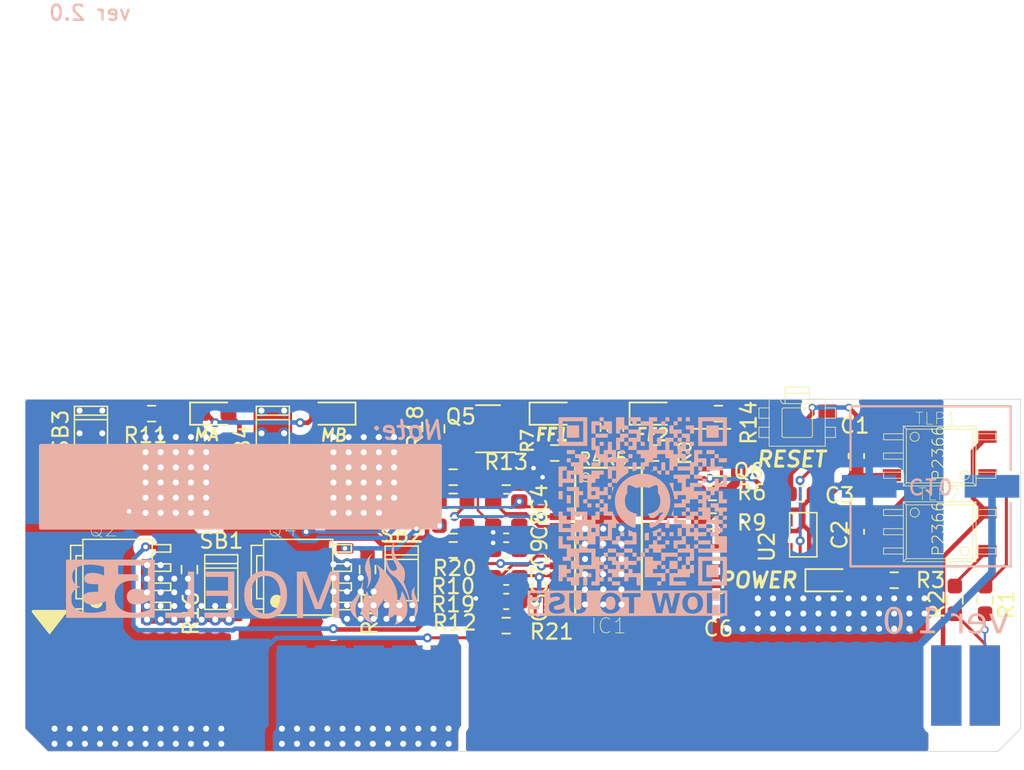
<source format=kicad_pcb>
(kicad_pcb (version 20221018) (generator pcbnew)
  (layers (0 "F.Cu" signal "Top") (31 "B.Cu" signal "Bottom") (34 "B.Paste" user) (35 "F.Paste" user) (36 "B.SilkS" user "B.Silkscreen") (37 "F.SilkS" user "F.Silkscreen") (38 "B.Mask" user) (39 "F.Mask" user) (44 "Edge.Cuts" user))
  (net 0 "")
  (net 1 "VCC")
  (net 2 "GND")
  (net 3 "/SA")
  (net 4 "/SB")
  (net 5 "/GND_IN")
  (net 6 "/VCC_IN")
  (net 7 "/DIR_IN")
  (net 8 "/PWM_IN")
  (net 9 "Net-(TLP2-ANODE)")
  (net 10 "/V5")
  (net 11 "Net-(TLP2-VOUT)")
  (net 12 "Net-(TLP1-ANODE)")
  (net 13 "/DIR")
  (net 14 "/RESET")
  (net 17 "/PWM")
  (net 18 "Net-(Q1-PadG)")
  (net 19 "Net-(Q2-PadG)")
  (net 20 "Net-(Q3-PadG)")
  (net 21 "Net-(Q4-PadG)")
  (net 22 "/GLB")
  (net 23 "/GHB")
  (net 24 "Net-(IC1-CB)")
  (net 26 "Net-(IC1-VREG)")
  (net 27 "Net-(IC1-CA)")
  (net 28 "/GHA")
  (net 29 "/GLA")
  (net 31 "Net-(IC1-CP2)")
  (net 32 "Net-(IC1-CP1)")
  (net 34 "/FF1")
  (net 35 "/FF2")
  (net 36 "Net-(IC1-RDEAD)")
  (net 37 "Net-(D3-A)")
  (net 38 "Net-(D4-A)")
  (net 39 "Net-(D5-A)")
  (net 40 "Net-(D1-A)")
  (net 41 "Net-(D5-K)")
  (net 42 "Net-(D4-K)")
  (footprint "(Eagle)DriveUnit_B-series(ver2.0):10046971-019LF" (layer "F.Cu") (at 148.5011 126.1536)
    (fp_text reference "EDGE1" hide)
    (fp_text value "10046971-019LF" hide)
  )
  (footprint "Resistor_SMD:R_0603_1608Metric_Pad0.98x0.95mm_HandSolder" (layer "F.Cu") (at 153.1 109.1 -90)
    (fp_text reference "R4")
    (fp_text value "200")
  )
  (footprint "LED_SMD:LED_0603_1608Metric_Pad1.05x0.95mm_HandSolder" (layer "F.Cu") (at 150.6 108.2)
    (fp_text reference "FF1")
    (fp_text value "LED")
  )
  (footprint "LED_SMD:LED_0603_1608Metric_Pad1.05x0.95mm_HandSolder" (layer "F.Cu") (at 168.8 119.2)
    (fp_text reference "POWER")
    (fp_text value "LED")
  )
  (footprint "Symbol:V2P22LHM3_H" (layer "F.Cu") (at 140.5 119.227 -90)
    (fp_text reference "SB2")
    (fp_text value "V2P22LHM3/H" hide)
  )
  (footprint "Resistor_SMD:R_0603_1608Metric_Pad0.98x0.95mm_HandSolder" (layer "F.Cu") (at 138.25 118.5 90)
    (fp_text reference "R17")
    (fp_text value "10k")
  )
  (footprint "Capacitor_SMD:C_0603_1608Metric_Pad1.08x0.95mm_HandSolder" (layer "F.Cu") (at 170.5 116 -90)
    (fp_text reference "C2")
    (fp_text value "100n")
  )
  (footprint "Capacitor_SMD:C_0603_1608Metric_Pad1.08x0.95mm_HandSolder" (layer "F.Cu") (at 147.4 120.6)
    (fp_text reference "C5")
    (fp_text value "100n")
  )
  (footprint "Resistor_SMD:R_0603_1608Metric_Pad0.98x0.95mm_HandSolder" (layer "F.Cu") (at 179 120.5 -90)
    (fp_text reference "R1")
    (fp_text value "200")
  )
  (footprint "Symbol:THAF01-NC-R" (layer "F.Cu") (at 168.6 108.05 180)
    (fp_text reference "RESET")
    (fp_text value "THAF01-NC-R" hide)
  )
  (footprint "Resistor_SMD:R_0603_1608Metric_Pad0.98x0.95mm_HandSolder" (layer "F.Cu") (at 120.5 113.5 -90)
    (fp_text reference "R15")
    (fp_text value "10k")
  )
  (footprint "Capacitor_SMD:C_0603_1608Metric_Pad1.08x0.95mm_HandSolder" (layer "F.Cu") (at 166.9 113.5)
    (fp_text reference "C3")
    (fp_text value "100n")
  )
  (footprint "Resistor_SMD:R_0603_1608Metric_Pad0.98x0.95mm_HandSolder" (layer "F.Cu") (at 147.4 112.4)
    (fp_text reference "R13")
    (fp_text value "100k")
  )
  (footprint "Resistor_SMD:R_0603_1608Metric_Pad0.98x0.95mm_HandSolder" (layer "F.Cu") (at 150.6 110.8)
    (fp_text reference "R7")
    (fp_text value "10k")
  )
  (footprint "Capacitor_SMD:C_0603_1608Metric_Pad1.08x0.95mm_HandSolder" (layer "F.Cu") (at 147.4 117.2)
    (fp_text reference "C9")
    (fp_text value "2.2u")
  )
  (footprint "Symbol:TC7S14F" (layer "F.Cu") (at 167 116.2 90)
    (fp_text reference "U2")
    (fp_text value "TC7S14F" hide)
  )
  (footprint "Resistor_SMD:R_0603_1608Metric_Pad0.98x0.95mm_HandSolder" (layer "F.Cu") (at 126.5 118.5 90)
    (fp_text reference "R16")
    (fp_text value "10k")
  )
  (footprint "Capacitor_SMD:C_0805_2012Metric_Pad1.18x1.45mm_HandSolder" (layer "F.Cu") (at 161.4 120.8 180)
    (fp_text reference "C6")
    (fp_text value "470n")
  )
  (footprint "Resistor_SMD:R_0603_1608Metric_Pad0.98x0.95mm_HandSolder" (layer "F.Cu") (at 154.6 109.1 -90)
    (fp_text reference "R5")
    (fp_text value "200")
  )
  (footprint "Symbol:SQJA16EP-T1_GE3" (layer "F.Cu") (at 124.1 112.75 -90)
    (fp_text reference "Q1")
    (fp_text value "SQJA16EP-T1_GE3" hide)
  )
  (footprint "Resistor_SMD:R_0603_1608Metric_Pad0.98x0.95mm_HandSolder" (layer "F.Cu") (at 124 108.2 180)
    (fp_text reference "R11")
    (fp_text value "1k")
  )
  (footprint "Symbol:SQJA16EP-T1_GE3" (layer "F.Cu") (at 136.5 112.75 -90)
    (fp_text reference "Q3")
    (fp_text value "SQJA16EP-T1_GE3" hide)
  )
  (footprint "Resistor_SMD:R_0603_1608Metric_Pad0.98x0.95mm_HandSolder" (layer "F.Cu") (at 157.2 110.8 180)
    (fp_text reference "R8")
    (fp_text value "10k")
  )
  (footprint "Symbol:TLP2366" (layer "F.Cu") (at 179.15 117.27 90)
    (fp_text reference "TLP2")
    (fp_text value "TLP2366" hide)
  )
  (footprint "Resistor_SMD:R_0603_1608Metric_Pad0.98x0.95mm_HandSolder" (layer "F.Cu") (at 143.9 112.4 180)
    (fp_text reference "R20")
    (fp_text value "10")
  )
  (footprint "Resistor_SMD:R_0603_1608Metric_Pad0.98x0.95mm_HandSolder" (layer "F.Cu") (at 143.9 115.6)
    (fp_text reference "R10")
    (fp_text value "10")
  )
  (footprint "LED_SMD:LED_0603_1608Metric_Pad1.05x0.95mm_HandSolder" (layer "F.Cu") (at 157.2 108.2)
    (fp_text reference "FF2")
    (fp_text value "LED")
  )
  (footprint "Resistor_SMD:R_0603_1608Metric_Pad0.98x0.95mm_HandSolder" (layer "F.Cu") (at 143.9 114 180)
    (fp_text reference "R19")
    (fp_text value "10")
  )
  (footprint "Symbol:V2P22LHM3_H" (layer "F.Cu") (at 128.6 119.8 -90)
    (fp_text reference "SB1")
    (fp_text value "V2P22LHM3/H" hide)
  )
  (footprint "Resistor_SMD:R_0603_1608Metric_Pad0.98x0.95mm_HandSolder" (layer "F.Cu") (at 161 113.4 180)
    (fp_text reference "R6")
    (fp_text value "3k")
  )
  (footprint "Resistor_SMD:R_0603_1608Metric_Pad0.98x0.95mm_HandSolder" (layer "F.Cu") (at 161.4 108.2)
    (fp_text reference "R14")
    (fp_text value "100k")
  )
  (footprint "Resistor_SMD:R_0603_1608Metric_Pad0.98x0.95mm_HandSolder" (layer "F.Cu") (at 143.9 117.2)
    (fp_text reference "R12")
    (fp_text value "10")
  )
  (footprint "Symbol:V2P22LHM3_H" (layer "F.Cu") (at 120 110 -90)
    (fp_text reference "SB3")
    (fp_text value "V2P22LHM3/H" hide)
  )
  (footprint "Resistor_SMD:R_0603_1608Metric_Pad0.98x0.95mm_HandSolder" (layer "F.Cu") (at 161 115.3 180)
    (fp_text reference "R9")
    (fp_text value "10k")
  )
  (footprint "Symbol:SQJA16EP-T1_GE3" (layer "F.Cu") (at 134.77 119 90)
    (fp_text reference "Q4")
    (fp_text value "SQJA16EP-T1_GE3" hide)
  )
  (footprint "Capacitor_SMD:C_0603_1608Metric_Pad1.08x0.95mm_HandSolder" (layer "F.Cu") (at 147.4 119)
    (fp_text reference "C7")
    (fp_text value "100n")
  )
  (footprint "Capacitor_SMD:C_0603_1608Metric_Pad1.08x0.95mm_HandSolder" (layer "F.Cu") (at 170.5 111 -90)
    (fp_text reference "C1")
    (fp_text value "100n")
  )
  (footprint "Resistor_SMD:R_0603_1608Metric_Pad0.98x0.95mm_HandSolder" (layer "F.Cu") (at 177 120.5 -90)
    (fp_text reference "R2")
    (fp_text value "200")
  )
  (footprint "Symbol:V2P22LHM3_H" (layer "F.Cu") (at 132 110 -90)
    (fp_text reference "SB4")
    (fp_text value "V2P22LHM3/H" hide)
  )
  (footprint "Symbol:A3921" (layer "F.Cu") (at 152 112.4 -90)
    (fp_text reference "IC1")
    (fp_text value "A3921")
  )
  (footprint "LED_SMD:LED_0603_1608Metric_Pad1.05x0.95mm_HandSolder" (layer "F.Cu") (at 128.2 108.2)
    (fp_text reference "MA")
    (fp_text value "LED")
  )
  (footprint "Resistor_SMD:R_0603_1608Metric_Pad0.98x0.95mm_HandSolder" (layer "F.Cu") (at 173 119.2)
    (fp_text reference "R3")
    (fp_text value "1k")
  )
  (footprint "Package_TO_SOT_SMD:SOT-23-3" (layer "F.Cu") (at 146.2 109.2 180)
    (fp_text reference "Q5")
    (fp_text value "Q_NPN_BCE")
  )
  (footprint "Symbol:TLP2366" (layer "F.Cu") (at 179.15 112.27 90)
    (fp_text reference "TLP1")
    (fp_text value "TLP2366" hide)
  )
  (footprint "LED_SMD:LED_0603_1608Metric_Pad1.05x0.95mm_HandSolder" (layer "F.Cu") (at 135.8 108.2 180)
    (fp_text reference "MB")
    (fp_text value "LED")
  )
  (footprint "Capacitor_SMD:C_0603_1608Metric_Pad1.08x0.95mm_HandSolder" (layer "F.Cu") (at 147.4 115.6)
    (fp_text reference "C8")
    (fp_text value "100n")
  )
  (footprint "Resistor_SMD:R_0603_1608Metric_Pad0.98x0.95mm_HandSolder" (layer "F.Cu") (at 142.8 109.2 -90)
    (fp_text reference "R18")
    (fp_text value "10k")
  )
  (footprint "Resistor_SMD:R_0603_1608Metric_Pad0.98x0.95mm_HandSolder" (layer "F.Cu") (at 147.4 122.2)
    (fp_text reference "R21")
    (fp_text value "10k")
  )
  (footprint "Package_TO_SOT_SMD:SOT-23-3" (layer "F.Cu") (at 161.394122 110.766162)
    (fp_text reference "Q6")
    (fp_text value "Q_NPN_BCE")
  )
  (footprint "Symbol:SQJA16EP-T1_GE3" (layer "F.Cu") (at 122.85 119 90)
    (fp_text reference "Q2")
    (fp_text value "SQJA16EP-T1_GE3" hide)
  )
  (footprint "Capacitor_SMD:C_0603_1608Metric_Pad1.08x0.95mm_HandSolder" (layer "F.Cu") (at 147.4 114)
    (fp_text reference "C4")
    (fp_text value "100n")
  )
  (footprint "LOGO" (layer "B.Cu") (at 139.6 119.4 180)
    (fp_text reference "G***" hide)
    (fp_text value "LOGO" hide)
  )
  (footprint "Symbol:U2-R_NCH" (layer "B.Cu") (at 175.4 113)
    (fp_text reference "C10")
    (fp_text value "220u")
  )
  (footprint "LOGO" (layer "B.Cu") (at 156.4 114 180)
    (fp_text reference "G***" hide)
    (fp_text value "LOGO" hide)
  )
  (gr_poly (pts (xy 117.27 122.63) (xy 116.19 121.26) (xy 118.33 121.26)) (stroke (width 0.2)) (fill solid) (layer "F.SilkS"))
  (gr_line (start 181.3411 129.0036) (end 181.34 107.25) (stroke (width 0.05)) (layer "Edge.Cuts"))
  (gr_line (start 179.8411 130.5036) (end 181.3411 129.0036) (stroke (width 0.05)) (layer "Edge.Cuts"))
  (gr_line (start 181.34 107.25) (end 115.66 107.25) (stroke (width 0.05)) (layer "Edge.Cuts"))
  (gr_line (start 115.6611 129.0036) (end 117.1611 130.5036) (stroke (width 0.05)) (layer "Edge.Cuts"))
  (gr_line (start 117.1611 130.5036) (end 179.8411 130.5036) (stroke (width 0.05)) (layer "Edge.Cuts"))
  (gr_line (start 115.66 107.25) (end 115.6611 129.0036) (stroke (width 0.05)) (layer "Edge.Cuts"))
  (gr_text "ver 2.0" (at 119.93 81.74) (layer "B.SilkS") (effects (font (size 1 1)) (justify mirror)))
  (gr_text "ver 1.0" (at 180.6 123) (layer "B.SilkS") (effects (font (size 1.7 1.7) (thickness 0.25) italic) (justify left bottom mirror)))
  (gr_text "Note:" (at 143.4 110) (layer "B.SilkS") (effects (font (size 1.2 1.2) (thickness 0.2) bold italic) (justify left bottom mirror)))
  (gr_text "HOW TO USE" (at 162 121.6) (layer "B.SilkS" knockout) (effects (font (size 1.3 1.3) (thickness 0.3) bold) (justify left bottom mirror)))
  (gr_text "53" (at 124.2 121.8) (layer "B.SilkS" knockout) (effects (font (size 3 3) (thickness 0.2) bold italic) (justify left bottom mirror)))
  (gr_text "MOEL\n" (at 136.8 122.2) (layer "B.SilkS") (effects (font (size 3 3)) (justify left bottom mirror)))
  (segment (start 161.9125 115.3) (end 162.975802 115.3) (width 0.2) (layer "F.Cu") (net 1))
  (segment (start 148.6649 120.1976) (end 149.7702 120.1976) (width 0.3) (layer "F.Cu") (net 1))
  (segment (start 149.7702 120.1976) (end 149.7726 120.2) (width 0.3) (layer "F.Cu") (net 1))
  (segment (start 149.9702 120.1976) (end 149.9726 120.2) (width 0.3) (layer "F.Cu") (net 1))
  (segment (start 173.9125 119.2) (end 173.9125 120.3125) (width 0.3) (layer "F.Cu") (net 1))
  (segment (start 148.2625 122.15) (end 148.3125 122.2) (width 0.3) (layer "F.Cu") (net 1))
  (segment (start 149.2 111.8) (end 149.8 112.4) (width 0.5) (layer "F.Cu") (net 1))
  (segment (start 149.9726 120.2) (end 149.9726 125.0851) (width 0.3) (layer "F.Cu") (net 1))
  (segment (start 149.7702 120.1976) (end 149.9702 120.1976) (width 0.3) (layer "F.Cu") (net 1))
  (segment (start 149.9726 125.0851) (end 151.0411 126.1536) (width 0.3) (layer "F.Cu") (net 1))
  (segment (start 149.8 112.4) (end 151.1 112.4) (width 0.5) (layer "F.Cu") (net 1))
  (segment (start 148.2625 120.6) (end 148.6649 120.1976) (width 0.3) (layer "F.Cu") (net 1))
  (segment (start 173.9125 120.3125) (end 174 120.4) (width 0.3) (layer "F.Cu") (net 1))
  (segment (start 162.975802 115.3) (end 162.978004 115.302202) (width 0.2) (layer "F.Cu") (net 1))
  (segment (start 148.2625 120.6) (end 148.2625 122.15) (width 0.3) (layer "F.Cu") (net 1))
  (segment (start 149.7726 120.2) (end 151.1 120.2) (width 0.3) (layer "F.Cu") (net 1))
  (via (at 138 114.75) (size 0.8) (drill 0.4) (layers "F.Cu" "B.Cu") (net 1))
  (via (at 126.6 109.75) (size 0.8) (drill 0.4) (layers "F.Cu" "B.Cu") (net 1))
  (via (at 127.6 111.75) (size 0.8) (drill 0.4) (layers "F.Cu" "B.Cu") (net 1))
  (via (at 132.75 108) (size 0.8) (drill 0.4) (layers "F.Cu" "B.Cu") (net 1))
  (via (at 126.6 114.75) (size 0.8) (drill 0.4) (layers "F.Cu" "B.Cu") (net 1))
  (via (at 131.25 108) (size 0.8) (drill 0.4) (layers "F.Cu" "B.Cu") (net 1))
  (via (at 126.6 113.75) (size 0.8) (drill 0.4) (layers "F.Cu" "B.Cu") (net 1))
  (via (at 169 120.4) (size 0.8) (drill 0.4) (layers "F.Cu" "B.Cu") (net 1))
  (via (at 169 121.4) (size 0.8) (drill 0.4) (layers "F.Cu" "B.Cu") (net 1))
  (via (at 168 122.4) (size 0.8) (drill 0.4) (layers "F.Cu" "B.Cu") (net 1))
  (via (at 170 121.4) (size 0.8) (drill 0.4) (layers "F.Cu" "B.Cu") (net 1))
  (via (at 173 121.4) (size 0.8) (drill 0.4) (layers "F.Cu" "B.Cu") (net 1))
  (via (at 174 121.4) (size 0.8) (drill 0.4) (layers "F.Cu" "B.Cu") (net 1))
  (via (at 140 110.75) (size 0.8) (drill 0.4) (layers "F.Cu" "B.Cu") (net 1))
  (via (at 138 112.75) (size 0.8) (drill 0.4) (layers "F.Cu" "B.Cu") (net 1))
  (via (at 171 120.4) (size 0.8) (drill 0.4) (layers "F.Cu" "B.Cu") (net 1))
  (via (at 136 110.75) (size 0.8) (drill 0.4) (layers "F.Cu" "B.Cu") (net 1))
  (via (at 175 120.4) (size 0.8) (drill 0.4) (layers "F.Cu" "B.Cu") (net 1))
  (via (at 140 111.75) (size 0.8) (drill 0.4) (layers "F.Cu" "B.Cu") (net 1))
  (via (at 127.6 113.75) (size 0.8) (drill 0.4) (layers "F.Cu" "B.Cu") (net 1))
  (via (at 164 120.4) (size 0.8) (drill 0.4) (layers "F.Cu" "B.Cu") (net 1))
  (via (at 126.6 112.75) (size 0.8) (drill 0.4) (layers "F.Cu" "B.Cu") (net 1))
  (via (at 124.6 109.75) (size 0.8) (drill 0.4) (layers "F.Cu" "B.Cu") (net 1))
  (via (at 168 120.4) (size 0.8) (drill 0.4) (layers "F.Cu" "B.Cu") (net 1))
  (via (at 170 122.4) (size 0.8) (drill 0.4) (layers "F.Cu" "B.Cu") (net 1))
  (via (at 162 122.4) (size 0.8) (drill 0.4) (layers "F.Cu" "B.Cu") (net 1))
  (via (at 172 122.4) (size 0.8) (drill 0.4) (layers "F.Cu" "B.Cu") (net 1))
  (via (at 149.2 111.8) (size 0.6) (drill 0.3) (layers "F.Cu" "B.Cu") (net 1))
  (via (at 127.6 114.75) (size 0.8) (drill 0.4) (layers "F.Cu" "B.Cu") (net 1))
  (via (at 127.6 110.75) (size 0.8) (drill 0.4) (layers "F.Cu" "B.Cu") (net 1))
  (via (at 171 122.4) (size 0.8) (drill 0.4) (layers "F.Cu" "B.Cu") (net 1))
  (via (at 137 110.75) (size 0.8) (drill 0.4) (layers "F.Cu" "B.Cu") (net 1))
  (via (at 139 112.75) (size 0.8) (drill 0.4) (layers "F.Cu" "B.Cu") (net 1))
  (via (at 138 110.75) (size 0.8) (drill 0.4) (layers "F.Cu" "B.Cu") (net 1))
  (via (at 174 120.4) (size 0.8) (drill 0.4) (layers "F.Cu" "B.Cu") (net 1))
  (via (at 164 121.4) (size 0.8) (drill 0.4) (layers "F.Cu" "B.Cu") (net 1))
  (via (at 140 113.75) (size 0.8) (drill 0.4) (layers "F.Cu" "B.Cu") (net 1))
  (via (at 127.6 109.75) (size 0.8) (drill 0.4) (layers "F.Cu" "B.Cu") (net 1))
  (via (at 119.25 109.5) (size 0.8) (drill 0.4) (layers "F.Cu" "B.Cu") (net 1))
  (via (at 136 109.75) (size 0.8) (drill 0.4) (layers "F.Cu" "B.Cu") (net 1))
  (via (at 124.6 110.75) (size 0.8) (drill 0.4) (layers "F.Cu" "B.Cu") (net 1))
  (via (at 124.6 111.75) (size 0.8) (drill 0.4) (layers "F.Cu" "B.Cu") (net 1))
  (via (at 138 109.75) (size 0.8) (drill 0.4) (layers "F.Cu" "B.Cu") (net 1))
  (via (at 131.25 109.5) (size 0.8) (drill 0.4) (layers "F.Cu" "B.Cu") (net 1))
  (via (at 172 120.4) (size 0.8) (drill 0.4) (layers "F.Cu" "B.Cu") (net 1))
  (via (at 164 122.4) (size 0.8) (drill 0.4) (layers "F.Cu" "B.Cu") (net 1))
  (via (at 124.6 114.75) (size 0.8) (drill 0.4) (layers "F.Cu" "B.Cu") (net 1))
  (via (at 140 112.75) (size 0.8) (drill 0.4) (layers "F.Cu" "B.Cu") (net 1))
  (via (at 162.978004 115.302202) (size 0.6) (drill 0.3) (layers "F.Cu" "B.Cu") (net 1))
  (via (at 167 120.4) (size 0.8) (drill 0.4) (layers "F.Cu" "B.Cu") (net 1))
  (via (at 170 120.4) (size 0.8) (drill 0.4) (layers "F.Cu" "B.Cu") (net 1))
  (via (at 165 120.4) (size 0.8) (drill 0.4) (layers "F.Cu" "B.Cu") (net 1))
  (via (at 132.75 109.5) (size 0.8) (drill 0.4) (layers "F.Cu" "B.Cu") (net 1))
  (via (at 119.25 108) (size 0.8) (drill 0.4) (layers "F.Cu" "B.Cu") (net 1))
  (via (at 123.6 112.75) (size 0.8) (drill 0.4) (layers "F.Cu" "B.Cu") (net 1))
  (via (at 174 122.4) (size 0.8) (drill 0.4) (layers "F.Cu" "B.Cu") (net 1))
  (via (at 138 111.75) (size 0.8) (drill 0.4) (layers "F.Cu" "B.Cu") (net 1))
  (via (at 173 120.4) (size 0.8) (drill 0.4) (layers "F.Cu" "B.Cu") (net 1))
  (via (at 149.8 112.4) (size 0.6) (drill 0.3) (layers "F.Cu" "B.Cu") (net 1))
  (via (at 165 121.4) (size 0.8) (drill 0.4) (layers "F.Cu" "B.Cu") (net 1))
  (via (at 120.75 108) (size 0.8) (drill 0.4) (layers "F.Cu" "B.Cu") (net 1))
  (via (at 139 111.75) (size 0.8) (drill 0.4) (layers "F.Cu" "B.Cu") (net 1))
  (via (at 136 112.75) (size 0.8) (drill 0.4) (layers "F.Cu" "B.Cu") (net 1))
  (via (at 165 122.4) (size 0.8) (drill 0.4) (layers "F.Cu" "B.Cu") (net 1))
  (via (at 167 121.4) (size 0.8) (drill 0.4) (layers "F.Cu" "B.Cu") (net 1))
  (via (at 123.6 110.75) (size 0.8) (drill 0.4) (layers "F.Cu" "B.Cu") (net 1))
  (via (at 125.6 109.75) (size 0.8) (drill 0.4) (layers "F.Cu" "B.Cu") (net 1))
  (via (at 136 111.75) (size 0.8) (drill 0.4) (layers "F.Cu" "B.Cu") (net 1))
  (via (at 125.6 111.75) (size 0.8) (drill 0.4) (layers "F.Cu" "B.Cu") (net 1))
  (via (at 124.6 112.75) (size 0.8) (drill 0.4) (layers "F.Cu" "B.Cu") (net 1))
  (via (at 166 122.4) (size 0.8) (drill 0.4) (layers "F.Cu" "B.Cu") (net 1))
  (via (at 166 120.4) (size 0.8) (drill 0.4) (layers "F.Cu" "B.Cu") (net 1))
  (via (at 123.6 111.75) (size 0.8) (drill 0.4) (layers "F.Cu" "B.Cu") (net 1))
  (via (at 139 113.75) (size 0.8) (drill 0.4) (layers "F.Cu" "B.Cu") (net 1))
  (via (at 167 122.4) (size 0.8) (drill 0.4) (layers "F.Cu" "B.Cu") (net 1))
  (via (at 163 122.4) (size 0.8) (drill 0.4) (layers "F.Cu" "B.Cu") (net 1))
  (via (at 166 121.4) (size 0.8) (drill 0.4) (layers "F.Cu" "B.Cu") (net 1))
  (via (at 137 113.75) (size 0.8) (drill 0.4) (layers "F.Cu" "B.Cu") (net 1))
  (via (at 139 110.75) (size 0.8) (drill 0.4) (layers "F.Cu" "B.Cu") (net 1))
  (via (at 137 111.75) (size 0.8) (drill 0.4) (layers "F.Cu" "B.Cu") (net 1))
  (via (at 139 109.75) (size 0.8) (drill 0.4) (layers "F.Cu" "B.Cu") (net 1))
  (via (at 171 121.4) (size 0.8) (drill 0.4) (layers "F.Cu" "B.Cu") (net 1))
  (via (at 124.6 113.75) (size 0.8) (drill 0.4) (layers "F.Cu" "B.Cu") (net 1))
  (via (at 125.6 110.75) (size 0.8) (drill 0.4) (layers "F.Cu" "B.Cu") (net 1))
  (via (at 126.6 110.75) (size 0.8) (drill 0.4) (layers "F.Cu" "B.Cu") (net 1))
  (via (at 136 113.75) (size 0.8) (drill 0.4) (layers "F.Cu" "B.Cu") (net 1))
  (via (at 120.75 109.5) (size 0.8) (drill 0.4) (layers "F.Cu" "B.Cu") (net 1))
  (via (at 123.6 114.75) (size 0.8) (drill 0.4) (layers "F.Cu" "B.Cu") (net 1))
  (via (at 139 114.75) (size 0.8) (drill 0.4) (layers "F.Cu" "B.Cu") (net 1))
  (via (at 137 114.75) (size 0.8) (drill 0.4) (layers "F.Cu" "B.Cu") (net 1))
  (via (at 137 109.75) (size 0.8) (drill 0.4) (layers "F.Cu" "B.Cu") (net 1))
  (via (at 125.6 112.75) (size 0.8) (drill 0.4) (layers "F.Cu" "B.Cu") (net 1))
  (via (at 169 122.4) (size 0.8) (drill 0.4) (layers "F.Cu" "B.Cu") (net 1))
  (via (at 168 121.4) (size 0.8) (drill 0.4) (layers "F.Cu" "B.Cu") (net 1))
  (via (at 173 122.4) (size 0.8) (drill 0.4) (layers "F.Cu" "B.Cu") (net 1))
  (via (at 140 109.75) (size 0.8) (drill 0.4) (layers "F.Cu" "B.Cu") (net 1))
  (via (at 138 113.75) (size 0.8) (drill 0.4) (layers "F.Cu" "B.Cu") (net 1))
  (via (at 175 121.4) (size 0.8) (drill 0.4) (layers "F.Cu" "B.Cu") (net 1))
  (via (at 123.6 109.75) (size 0.8) (drill 0.4) (layers "F.Cu" "B.Cu") (net 1))
  (via (at 172 121.4) (size 0.8) (drill 0.4) (layers "F.Cu" "B.Cu") (net 1))
  (via (at 127.6 112.75) (size 0.8) (drill 0.4) (layers "F.Cu" "B.Cu") (net 1))
  (via (at 125.6 114.75) (size 0.8) (drill 0.4) (layers "F.Cu" "B.Cu") (net 1))
  (via (at 123.6 113.75) (size 0.8) (drill 0.4) (layers "F.Cu" "B.Cu") (net 1))
  (via (at 136 114.75) (size 0.8) (drill 0.4) (layers "F.Cu" "B.Cu") (net 1))
  (via (at 126.6 111.75) (size 0.8) (drill 0.4) (layers "F.Cu" "B.Cu") (net 1))
  (via (at 125.6 113.75) (size 0.8) (drill 0.4) (layers "F.Cu" "B.Cu") (net 1))
  (via (at 137 112.75) (size 0.8) (drill 0.4) (layers "F.Cu" "B.Cu") (net 1))
  (segment (start 172.85 109.73) (end 170.9075 109.73) (width 0.6) (layer "F.Cu") (net 2))
  (segment (start 146.5375 120.6) (end 146.5375 122.15) (width 0.3) (layer "F.Cu") (net 2))
  (segment (start 167.598098 107.8) (end 167.598098 108.201902) (width 0.3) (layer "F.Cu") (net 2))
  (segment (start 168.725 118.4) (end 173.3248 118.4) (width 0.3) (layer "F.Cu") (net 2))
  (segment (start 146.5375 116.037997) (end 146.5375 115.6) (width 0.6) (layer "F.Cu") (net 2))
  (segment (start 167.598098 108.201902) (end 165.033838 110.766162) (width 0.3) (layer "F.Cu") (net 2))
  (segment (start 144.0822 112.8822) (end 144.4964 113.2964) (width 0.1524) (layer "F.Cu") (net 2))
  (segment (start 174.4 110.6452) (end 174.4 113.29) (width 0.6) (layer "F.Cu") (net 2))
  (segment (start 144.0822 111.7178) (end 144.0822 112.8822) (width 0.1524) (layer "F.Cu") (net 2))
  (segment (start 172.85 114.73) (end 170.9075 114.73) (width 0.6) (layer "F.Cu") (net 2))
  (segment (start 167.925 119.2) (end 168.2 119.2) (width 0.6) (layer "F.Cu") (net 2))
  (segment (start 146.5375 120.6) (end 146.3375 120.4) (width 0.3) (layer "F.Cu") (net 2))
  (segment (start 144.4964 113.2964) (end 145.255565 113.2964) (width 0.1524) (layer "F.Cu") (net 2))
  (segment (start 146.5375 115.6) (end 146.5375 115.513166) (width 0.3) (layer "F.Cu") (net 2))
  (segment (start 170.5 108.3) (end 170 107.8) (width 0.3) (layer "F.Cu") (net 2))
  (segment (start 162.531622 108.419122) (end 162.3125 108.2) (width 0.6) (layer "F.Cu") (net 2))
  (segment (start 157.2 119.55) (end 159.045566 119.55) (width 0.3) (layer "F.Cu") (net 2))
  (segment (start 144.986466 110.975) (end 145.0625 110.975) (width 0.3) (layer "F.Cu") (net 2))
  (segment (start 155.85 119.55) (end 155.8 119.6) (width 0.3) (layer "F.Cu") (net 2))
  (segment (start 146.3375 120.4) (end 145.4 120.4) (width 0.3) (layer "F.Cu") (net 2))
  (segment (start 166.0375 112.1125) (end 166.0375 113.5) (width 0.6) (layer "F.Cu") (net 2))
  (segment (start 168.6 109.55) (end 166.0375 112.1125) (width 0.6) (layer "F.Cu") (net 2))
  (segment (start 170.9075 109.73) (end 170.5 110.1375) (width 0.6) (layer "F.Cu") (net 2))
  (segment (start 162.531622 112.780878) (end 161.9125 113.4) (width 0.6) (layer "F.Cu") (net 2))
  (segment (start 174.4 117.3248) (end 174.4 113.29) (width 0.3) (layer "F.Cu") (net 2))
  (segment (start 159.595566 119) (end 167.725 119) (width 0.3) (layer "F.Cu") (net 2))
  (segment (start 167.8452 115.25) (end 168.2 115.25) (width 0.2) (layer "F.Cu") (net 2))
  (segment (start 151.1 113.05) (end 152.75 113.05) (width 0.3) (layer "F.Cu") (net 2))
  (segment (start 145.0625 110.975) (end 146.4875 112.4) (width 0.6) (layer "F.Cu") (net 2))
  (segment (start 146.5375 116.037997) (end 146.5375 116.7375) (width 0.6) (layer "F.Cu") (net 2))
  (segment (start 162.531622 110.766162) (end 162.531622 108.419122) (width 0.6) (layer "F.Cu") (net 2))
  (segment (start 157.2 119.55) (end 155.85 119.55) (width 0.3) (layer "F.Cu") (net 2))
  (segment (start 145.0625 110.975) (end 144.825 110.975) (width 0.1524) (layer "F.Cu") (net 2))
  (segment (start 170.9075 114.73) (end 170.5 115.1375) (width 0.6) (layer "F.Cu") (net 2))
  (segment (start 169.9125 109.55) (end 170.5 110.1375) (width 0.6) (layer "F.Cu") (net 2))
  (segment (start 152.8 113) (end 152.75 113.05) (width 0.3) (layer "F.Cu") (net 2))
  (segment (start 167.925 119.2) (end 168.725 118.4) (width 0.3) (layer "F.Cu") (net 2))
  (segment (start 159.045566 119.55) (end 159.595566 119) (width 0.3) (layer "F.Cu") (net 2))
  (segment (start 145.5286 114.5911) (end 146.5375 115.6) (width 0.1524) (layer "F.Cu") (net 2))
  (segment (start 173.3248 118.4) (end 174.4 117.3248) (width 0.3) (layer "F.Cu") (net 2))
  (segment (start 173.4848 109.73) (end 174.4 110.6452) (width 0.6) (layer "F.Cu") (net 2))
  (segment (start 145.255565 113.2964) (end 145.5286 113.569435) (width 0.1524) (layer "F.Cu") (net 2))
  (segment (start 168.3125 115.1375) (end 170.5 115.1375) (width 0.6) (layer "F.Cu") (net 2))
  (segment (start 174.4 113.29) (end 172.96 114.73) (width 0.6) (layer "F.Cu") (net 2))
  (segment (start 162.531622 110.766162) (end 162.531622 112.780878) (width 0.6) (layer "F.Cu") (net 2))
  (segment (start 146.5375 122.15) (end 146.4875 122.2) (width 0.3) (layer "F.Cu") (net 2))
  (segment (start 146.5375 116.7375) (end 146.5375 117.2) (width 0.6) (layer "F.Cu") (net 2))
  (segment (start 165.033838 110.766162) (end 162.531622 110.766162) (width 0.3) (layer "F.Cu") (net 2))
  (segment (start 145.0625 109.2) (end 145.0625 110.975) (width 0.6) (layer "F.Cu") (net 2))
  (segment (start 168.2 115.25) (end 168.3125 115.1375) (width 0.6) (layer "F.Cu") (net 2))
  (segment (start 168.6 109.55) (end 169.9125 109.55) (width 0.6) (layer "F.Cu") (net 2))
  (segment (start 145.5286 113.569435) (end 145.5286 114.5911) (width 0.1524) (layer "F.Cu") (net 2))
  (segment (start 172.96 114.73) (end 172.85 114.73) (width 0.6) (layer "F.Cu") (net 2))
  (segment (start 144.825 110.975) (end 144.0822 111.7178) (width 0.1524) (layer "F.Cu") (net 2))
  (segment (start 167.725 119) (end 167.925 119.2) (width 0.3) (layer "F.Cu") (net 2))
  (segment (start 172.85 109.73) (end 173.4848 109.73) (width 0.6) (layer "F.Cu") (net 2))
  (segment (start 170.5 110.1375) (end 170.5 108.3) (width 0.3) (layer "F.Cu") (net 2))
  (via (at 126.4 120.9) (size 0.8) (drill 0.4) (layers "F.Cu" "B.Cu") (net 2))
  (via (at 170 107.8) (size 0.5) (drill 0.3) (layers "F.Cu" "B.Cu") (net 2))
  (via (at 123.7 121.8) (size 0.8) (drill 0.4) (layers "F.Cu" "B.Cu") (net 2))
  (via (at 145.4 120.4) (size 0.6) (drill 0.3) (layers "F.Cu" "B.Cu") (net 2))
  (via (at 136.9 119.05) (size 0.8) (drill 0.4) (layers "F.Cu" "B.Cu") (net 2))
  (via (at 124.6 120) (size 0.8) (drill 0.4) (layers "F.Cu" "B.Cu") (net 2))
  (via (at 155 117.8) (size 0.8) (drill 0.4) (layers "F.Cu" "B.Cu") (net 2))
  (via (at 138.65 121.75) (size 0.8) (drill 0.4) (layers "F.Cu" "B.Cu") (net 2))
  (via (at 155 118.8) (size 0.8) (drill 0.4) (layers "F.Cu" "B.Cu") (net 2))
  (via (at 136.9 120.85) (size 0.8) (drill 0.4) (layers "F.Cu" "B.Cu") (net 2))
  (via (at 137.8 119.95) (size 0.8) (drill 0.4) (layers "F.Cu" "B.Cu") (net 2))
  (via (at 139.5 120.85) (size 0.8) (drill 0.4) (layers "F.Cu" "B.Cu") (net 2))
  (via (at 127.3 121.8) (size 0.8) (drill 0.4) (layers "F.Cu" "B.Cu") (net 2))
  (via (at 124.6 119.1) (size 0.8) (drill 0.4) (layers "F.Cu" "B.Cu") (net 2))
  (via (at 146.5375 116.037997) (size 0.6) (drill 0.3) (layers "F.Cu" "B.Cu") (net 2))
  (via (at 136 118.15) (size 0.8) (drill 0.4) (layers "F.Cu" "B.Cu") (net 2))
  (via (at 125.5 119.1) (size 0.8) (drill 0.4) (layers "F.Cu" "B.Cu") (net 2))
  (via (at 125.5 120.9) (size 0.8) (drill 0.4) (layers "F.Cu" "B.Cu") (net 2))
  (via (at 137.8 120.85) (size 0.8) (drill 0.4) (layers "F.Cu" "B.Cu") (net 2))
  (via (at 153.8 118.8) (size 0.8) (drill 0.4) (layers "F.Cu" "B.Cu") (net 2))
  (via (at 127.3 120.9) (size 0.8) (drill 0.4) (layers "F.Cu" "B.Cu") (net 2))
  (via (at 124.6 121.8) (size 0.8) (drill 0.4) (layers "F.Cu" "B.Cu") (net 2))
  (via (at 141.2 121.75) (size 0.8) (drill 0.4) (layers "F.Cu" "B.Cu") (net 2))
  (via (at 152.6 115.8) (size 0.8) (drill 0.4) (layers "F.Cu" "B.Cu") (net 2))
  (via (at 152.6 120.8) (size 0.8) (drill 0.4) (layers "F.Cu" "B.Cu") (net 2))
  (via (at 152.6 119.8) (size 0.8) (drill 0.4) (layers "F.Cu" "B.Cu") (net 2))
  (via (at 155 116.8) (size 0.8) (drill 0.4) (layers "F.Cu" "B.Cu") (net 2))
  (via (at 152.6 117.8) (size 0.8) (drill 0.4) (layers "F.Cu" "B.Cu") (net 2))
  (via (at 155 120.8) (size 0.8) (drill 0.4) (layers "F.Cu" "B.Cu") (net 2))
  (via (at 153.8 115.8) (size 0.8) (drill 0.4) (layers "F.Cu" "B.Cu") (net 2))
  (via (at 123.7 120.9) (size 0.8) (drill 0.4) (layers "F.Cu" "B.Cu") (net 2))
  (via (at 128.2 121.8) (size 0.8) (drill 0.4) (layers "F.Cu" "B.Cu") (net 2))
  (via (at 138.65 119.95) (size 0.8) (drill 0.4) (layers "F.Cu" "B.Cu") (net 2))
  (via (at 152.6 118.8) (size 0.8) (drill 0.4) (layers "F.Cu" "B.Cu") (net 2))
  (via (at 126.4 119.1) (size 0.8) (drill 0.4) (layers "F.Cu" "B.Cu") (net 2))
  (via (at 136.9 119.95) (size 0.8) (drill 0.4) (layers "F.Cu" "B.Cu") (net 2))
  (via (at 153.8 120.8) (size 0.8) (drill 0.4) (layers "F.Cu" "B.Cu") (net 2))
  (via (at 146.5375 116.7375) (size 0.6) (drill 0.3) (layers "F.Cu" "B.Cu") (net 2))
  (via (at 153.8 117.8) (size 0.8) (drill 0.4) (layers "F.Cu" "B.Cu") (net 2))
  (via (at 138.65 120.85) (size 0.8) (drill 0.4) (layers "F.Cu" "B.Cu") (net 2))
  (via (at 128.2 120.9) (size 0.8) (drill 0.4) (layers "F.Cu" "B.Cu") (net 2))
  (via (at 140.35 120.85) (size 0.8) (drill 0.4) (layers "F.Cu" "B.Cu") (net 2))
  (via (at 140.35 121.75) (size 0.8) (drill 0.4) (layers "F.Cu" "B.Cu") (net 2))
  (via (at 123.7 119.1) (size 0.8) (drill 0.4) (layers "F.Cu" "B.Cu") (net 2))
  (via (at 123.7 118.2) (size 0.8) (drill 0.4) (layers "F.Cu" "B.Cu") (net 2))
  (via (at 141.2 120.85) (size 0.8) (drill 0.4) (layers "F.Cu" "B.Cu") (net 2))
  (via (at 129.1 121.8) (size 0.8) (drill 0.4) (layers "F.Cu" "B.Cu") (net 2))
  (via (at 137.8 121.75) (size 0.8) (drill 0.4) (layers "F.Cu" "B.Cu") (net 2))
  (via (at 136 119.05) (size 0.8) (drill 0.4) (layers "F.Cu" "B.Cu") (net 2))
  (via (at 126.4 121.8) (size 0.8) (drill 0.4) (layers "F.Cu" "B.Cu") (net 2))
  (via (at 123.7 120) (size 0.8) (drill 0.4) (layers "F.Cu" "B.Cu") (net 2))
  (via (at 136.9 118.15) (size 0.8) (drill 0.4) (layers "F.Cu" "B.Cu") (net 2))
  (via (at 125.5 121.8) (size 0.8) (drill 0.4) (layers "F.Cu" "B.Cu") (net 2))
  (via (at 125.5 120) (size 0.8) (drill 0.4) (layers "F.Cu" "B.Cu") (net 2))
  (via (at 126.4 120) (size 0.8) (drill 0.4) (layers "F.Cu" "B.Cu") (net 2))
  (via (at 136 120.85) (size 0.8) (drill 0.4) (layers "F.Cu" "B.Cu") (net 2))
  (via (at 153.8 116.8) (size 0.8) (drill 0.4) (layers "F.Cu" "B.Cu") (net 2))
  (via (at 155 115.8) (size 0.8) (drill 0.4) (layers "F.Cu" "B.Cu") (net 2))
  (via (at 124.6 118.2) (size 0.8) (drill 0.4) (layers "F.Cu" "B.Cu") (net 2))
  (via (at 136 119.95) (size 0.8) (drill 0.4) (layers "F.Cu" "B.Cu") (net 2))
  (via (at 152.6 116.8) (size 0.8) (drill 0.4) (layers "F.Cu" "B.Cu") (net 2))
  (via (at 155 119.8) (size 0.8) (drill 0.4) (layers "F.Cu" "B.Cu") (net 2))
  (via (at 137.8 119.05) (size 0.8) (drill 0.4) (layers "F.Cu" "B.Cu") (net 2))
  (via (at 139.5 121.75) (size 0.8) (drill 0.4) (layers "F.Cu" "B.Cu") (net 2))
  (via (at 124.6 120.9) (size 0.8) (drill 0.4) (layers "F.Cu" "B.Cu") (net 2))
  (via (at 129.1 120.9) (size 0.8) (drill 0.4) (layers "F.Cu" "B.Cu") (net 2))
  (via (at 136.9 121.75) (size 0.8) (drill 0.4) (layers "F.Cu" "B.Cu") (net 2))
  (via (at 153.8 119.8) (size 0.8) (drill 0.4) (layers "F.Cu" "B.Cu") (net 2))
  (via (at 167.598098 107.8) (size 0.5) (drill 0.3) (layers "F.Cu" "B.Cu") (net 2))
  (segment (start 170 107.8) (end 167.598098 107.8) (width 0.3) (layer "B.Cu") (net 2))
  (segment (start 179.4513 113) (end 179.4513 118.6886) (width 0.5) (layer "B.Cu") (net 2))
  (segment (start 179.4513 118.6886) (end 173.9011 124.2388) (width 0.5) (layer "B.Cu") (net 2))
  (segment (start 173.9011 124.2388) (end 173.9011 126.1536) (width 0.5) (layer "B.Cu") (net 2))
  (segment (start 142.1976 123.0024) (end 142.2 123) (width 0.2) (layer "F.Cu") (net 3))
  (segment (start 126.6 116) (end 122.4 116) (width 0.5) (layer "F.Cu") (net 3))
  (segment (start 148.744011 123.0024) (end 142.1976 123.0024) (width 0.2) (layer "F.Cu") (net 3))
  (segment (start 123.0875 108.2) (end 122.11 109.1775) (width 0.3) (layer "F.Cu") (net 3))
  (segment (start 149.315187 120.8) (end 149.284813 120.8) (width 0.2) (layer "F.Cu") (net 3))
  (segment (start 128.6 118.6245) (end 128.6 118) (width 0.5) (layer "F.Cu") (net 3))
  (segment (start 128.6 118) (end 126.6 116) (width 0.5) (layer "F.Cu") (net 3))
  (segment (start 148.0625 118.8) (end 148.2625 119) (width 0.2) (layer "F.Cu") (net 3))
  (segment (start 148.3625 118.9) (end 151.1 118.9) (width 0.2) (layer "F.Cu") (net 3))
  (segment (start 149.315187 122.431224) (end 148.744011 123.0024) (width 0.2) (layer "F.Cu") (net 3))
  (segment (start 149.315187 120.8) (end 149.315187 122.431224) (width 0.2) (layer "F.Cu") (net 3))
  (segment (start 122.11 109.1775) (end 122.11 110.845) (width 0.3) (layer "F.Cu") (net 3))
  (segment (start 147.8 118.8) (end 148.0625 118.8) (width 0.2) (layer "F.Cu") (net 3))
  (segment (start 148.2625 119) (end 148.3625 118.9) (width 0.2) (layer "F.Cu") (net 3))
  (via (at 120.6 129) (size 0.8) (drill 0.4) (layers "F.Cu" "B.Cu") (net 3))
  (via (at 126.6 130) (size 0.8) (drill 0.4) (layers "F.Cu" "B.Cu") (net 3))
  (via (at 120.6 130) (size 0.8) (drill 0.4) (layers "F.Cu" "B.Cu") (net 3))
  (via (at 149.315187 120.8) (size 0.6) (drill 0.3) (layers "F.Cu" "B.Cu") (net 3))
  (via (at 117.6 130) (size 0.8) (drill 0.4) (layers "F.Cu" "B.Cu") (net 3))
  (via (at 128.6 129) (size 0.8) (drill 0.4) (layers "F.Cu" "B.Cu") (net 3))
  (via (at 128.6 130) (size 0.8) (drill 0.4) (layers "F.Cu" "B.Cu") (net 3))
  (via (at 127.6 129) (size 0.8) (drill 0.4) (layers "F.Cu" "B.Cu") (net 3))
  (via (at 118.6 130) (size 0.8) (drill 0.4) (layers "F.Cu" "B.Cu") (net 3))
  (via (at 122.6 130) (size 0.8) (drill 0.4) (layers "F.Cu" "B.Cu") (net 3))
  (via (at 119.6 130) (size 0.8) (drill 0.4) (layers "F.Cu" "B.Cu") (net 3))
  (via (at 122.6 129) (size 0.8) (drill 0.4) (layers "F.Cu" "B.Cu") (net 3))
  (via (at 149.578704 118.9981) (size 0.6) (drill 0.3) (layers "F.Cu" "B.Cu") (net 3))
  (via (at 117.6 129) (size 0.8) (drill 0.4) (layers "F.Cu" "B.Cu") (net 3))
  (via (at 121.6 130) (size 0.8) (drill 0.4) (layers "F.Cu" "B.Cu") (net 3))
  (via (at 124.6 130) (size 0.8) (drill 0.4) (layers "F.Cu" "B.Cu") (net 3))
  (via (at 127.6 130) (size 0.8) (drill 0.4) (layers "F.Cu" "B.Cu") (net 3))
  (via (at 123.6 130) (size 0.8) (drill 0.4) (layers "F.Cu" "B.Cu") (net 3))
  (via (at 118.6 129) (size 0.8) (drill 0.4) (layers "F.Cu" "B.Cu") (net 3))
  (via (at 126.6 129) (size 0.8) (drill 0.4) (layers "F.Cu" "B.Cu") (net 3))
  (via (at 119.6 129) (size 0.8) (drill 0.4) (layers "F.Cu" "B.Cu") (net 3))
  (via (at 125.6 130) (size 0.8) (drill 0.4) (layers "F.Cu" "B.Cu") (net 3))
  (via (at 142.1976 123.0024) (size 0.6) (drill 0.3) (layers "F.Cu" "B.Cu") (net 3))
  (via (at 124.6 129) (size 0.8) (drill 0.4) (layers "F.Cu" "B.Cu") (net 3))
  (via (at 123.6 129) (size 0.8) (drill 0.4) (layers "F.Cu" "B.Cu") (net 3))
  (via (at 121.6 129) (size 0.8) (drill 0.4) (layers "F.Cu" "B.Cu") (net 3))
  (via (at 125.6 129) (size 0.8) (drill 0.4) (layers "F.Cu" "B.Cu") (net 3))
  (segment (start 142.1976 123.0024) (end 132.2223 123.0024) (width 0.3) (layer "B.Cu") (net 3))
  (segment (start 149.315187 120.8) (end 149.578704 120.536483) (width 0.3) (layer "B.Cu") (net 3))
  (segment (start 130.7211 124.5036) (end 130.7211 126.1536) (width 0.3) (layer "B.Cu") (net 3))
  (segment (start 149.578704 120.536483) (end 149.578704 118.9981) (width 0.3) (layer "B.Cu") (net 3))
  (segment (start 132.2223 123.0024) (end 130.7211 124.5036) (width 0.3) (layer "B.Cu") (net 3))
  (segment (start 136.675 108.2) (end 142.7125 108.2) (width 0.3) (layer "F.Cu") (net 4))
  (segment (start 134.51 110.845) (end 134.51 109.89) (width 0.3) (layer "F.Cu") (net 4))
  (segment (start 130.9755 111.1755) (end 129.8 110) (width 0.3) (layer "F.Cu") (net 4))
  (segment (start 129.8 108.925) (end 129.075 108.2) (width 0.3) (layer "F.Cu") (net 4))
  (segment (start 151.1 114.35) (end 148.6125 114.35) (width 0.2) (layer "F.Cu") (net 4))
  (segment (start 134.5526 116.3526) (end 134.2 116) (width 0.5) (layer "F.Cu") (net 4))
  (segment (start 135.875 109) (end 136.675 108.2) (width 0.3) (layer "F.Cu") (net 4))
  (segment (start 140.5 118.0515) (end 138.8011 116.3526) (width 0.5) (layer "F.Cu") (net 4))
  (segment (start 134.51 109.89) (end 135.4 109) (width 0.3) (layer "F.Cu") (net 4))
  (segment (start 138.8011 116.3526) (end 134.5526 116.3526) (width 0.5) (layer "F.Cu") (net 4))
  (segment (start 142.7125 108.2) (end 142.8 108.2875) (width 0.3) (layer "F.Cu") (net 4))
  (segment (start 135.4 109) (end 135.875 109) (width 0.3) (layer "F.Cu") (net 4))
  (segment (start 132 111.1755) (end 130.9755 111.1755) (width 0.3) (layer "F.Cu") (net 4))
  (segment (start 129.8 110) (end 129.8 108.925) (width 0.3) (layer "F.Cu") (net 4))
  (segment (start 148.6125 114.35) (end 148.2625 114) (width 0.2) (layer "F.Cu") (net 4))
  (via (at 138.6 129) (size 0.8) (drill 0.4) (layers "F.Cu" "B.Cu") (net 4))
  (via (at 133.6 130) (size 0.8) (drill 0.4) (layers "F.Cu" "B.Cu") (net 4))
  (via (at 133.6 129) (size 0.8) (drill 0.4) (layers "F.Cu" "B.Cu") (net 4))
  (via (at 132.6 130) (size 0.8) (drill 0.4) (layers "F.Cu" "B.Cu") (net 4))
  (via (at 137.6 130) (size 0.8) (drill 0.4) (layers "F.Cu" "B.Cu") (net 4))
  (via (at 139.6 129) (size 0.8) (drill 0.4) (layers "F.Cu" "B.Cu") (net 4))
  (via (at 135.6 129) (size 0.8) (drill 0.4) (layers "F.Cu" "B.Cu") (net 4))
  (via (at 142.6 129) (size 0.8) (drill 0.4) (layers "F.Cu" "B.Cu") (net 4))
  (via (at 132.6 129) (size 0.8) (drill 0.4) (layers "F.Cu" "B.Cu") (net 4))
  (via (at 140.6 129) (size 0.8) (drill 0.4) (layers "F.Cu" "B.Cu") (net 4))
  (via (at 134.6 129) (size 0.8) (drill 0.4) (layers "F.Cu" "B.Cu") (net 4))
  (via (at 141.6 130) (size 0.8) (drill 0.4) (layers "F.Cu" "B.Cu") (net 4))
  (via (at 134.6 130) (size 0.8) (drill 0.4) (layers "F.Cu" "B.Cu") (net 4))
  (via (at 137.6 129) (size 0.8) (drill 0.4) (layers "F.Cu" "B.Cu") (net 4))
  (via (at 148.2625 114) (size 0.6) (drill 0.3) (layers "F.Cu" "B.Cu") (net 4))
  (via (at 138.6 130) (size 0.8) (drill 0.4) (layers "F.Cu" "B.Cu") (net 4))
  (via (at 143.6 130) (size 0.8) (drill 0.4) (layers "F.Cu" "B.Cu") (net 4))
  (via (at 136.6 130) (size 0.8) (drill 0.4) (layers "F.Cu" "B.Cu") (net 4))
  (via (at 139.6 130) (size 0.8) (drill 0.4) (layers "F.Cu" "B.Cu") (net 4))
  (via (at 140.6 130) (size 0.8) (drill 0.4) (layers "F.Cu" "B.Cu") (net 4))
  (via (at 142.6 130) (size 0.8) (drill 0.4) (layers "F.Cu" "B.Cu") (net 4))
  (via (at 141.6 129) (size 0.8) (drill 0.4) (layers "F.Cu" "B.Cu") (net 4))
  (via (at 143.6 129) (size 0.8) (drill 0.4) (layers "F.Cu" "B.Cu") (net 4))
  (via (at 136.6 129) (size 0.8) (drill 0.4) (layers "F.Cu" "B.Cu") (net 4))
  (via (at 134.2 116) (size 0.6) (drill 0.3) (layers "F.Cu" "B.Cu") (net 4))
  (via (at 135.6 130) (size 0.8) (drill 0.4) (layers "F.Cu" "B.Cu") (net 4))
  (segment (start 148.2625 114) (end 148.2 114) (width 0.2) (layer "B.Cu") (net 4))
  (segment (start 147.8 114.4) (end 140.6 114.4) (width 0.2) (layer "B.Cu") (net 4))
  (segment (start 139 116) (end 134.2 116) (width 0.2) (layer "B.Cu") (net 4))
  (segment (start 140.6 114.4) (end 139 116) (width 0.2) (layer "B.Cu") (net 4))
  (segment (start 148.2 114) (end 147.8 114.4) (width 0.2) (layer "B.Cu") (net 4))
  (segment (start 176.2226 117.6574) (end 176.2226 125.9351) (width 0.3) (layer "F.Cu") (net 5))
  (segment (start 178.2 110.68) (end 179.15 109.73) (width 0.3) (layer "F.Cu") (net 5))
  (segment (start 179.15 114.73) (end 178.2 113.78) (width 0.3) (layer "F.Cu") (net 5))
  (segment (start 178.2 113.78) (end 178.2 110.68) (width 0.3) (layer "F.Cu") (net 5))
  (segment (start 176.5211 126.0736) (end 176.4411 126.1536) (width 0.1524) (layer "F.Cu") (net 5))
  (segment (start 179.15 114.73) (end 176.2226 117.6574) (width 0.3) (layer "F.Cu") (net 5))
  (segment (start 176.2226 125.9351) (end 176.4411 126.1536) (width 0.3) (layer "F.Cu") (net 5))
  (segment (start 178.980543 121.431957) (end 179 121.4125) (width 0.1524) (layer "F.Cu") (net 7))
  (segment (start 178.980543 122.474984) (end 178.980543 121.431957) (width 0.1524) (layer "F.Cu") (net 7))
  (via (at 178.980543 122.474984) (size 0.5) (drill 0.3) (layers "F.Cu" "B.Cu") (net 7))
  (segment (start 178.9811 126.1536) (end 178.9811 122.475541) (width 0.1524) (layer "B.Cu") (net 7))
  (segment (start 178.9811 122.475541) (end 178.980543 122.474984) (width 0.1524) (layer "B.Cu") (net 7))
  (segment (start 178.9811 126.1536) (end 178.6611 125.8336) (width 0.1524) (layer "B.Cu") (net 7))
  (segment (start 178.9811 126.1536) (end 178.9811 123.3936) (width 0.2) (layer "F.Cu") (net 8))
  (segment (start 178.9811 123.3936) (end 177 121.4125) (width 0.2) (layer "F.Cu") (net 8))
  (segment (start 177 119.5875) (end 177 119.42) (width 0.2) (layer "F.Cu") (net 9))
  (segment (start 177 119.42) (end 179.15 117.27) (width 0.2) (layer "F.Cu") (net 9))
  (segment (start 167 114.6) (end 167 114.2625) (width 0.3) (layer "F.Cu") (net 10))
  (segment (start 167.3976 115.9524) (end 167 115.5548) (width 0.3) (layer "F.Cu") (net 10))
  (segment (start 167.3976 117.7976) (end 167.3976 115.9524) (width 0.3) (layer "F.Cu") (net 10))
  (segment (start 154.6 110.0125) (end 155.5 110.0125) (width 0.3) (layer "F.Cu") (net 10))
  (segment (start 160.83812 112.478492) (end 157.278492 112.478492) (width 0.3) (layer "F.Cu") (net 10))
  (segment (start 153.1 110.0125) (end 152.3 110.0125) (width 0.3) (layer "F.Cu") (net 10))
  (segment (start 154.6 110.0125) (end 153.1 110.0125) (width 0.3) (layer "F.Cu") (net 10))
  (segment (start 168.8625 113.5) (end 170.5 111.8625) (width 0.3) (layer "F.Cu") (net 10))
  (segment (start 165.8 116.3) (end 166.1476 115.9524) (width 0.3) (layer "F.Cu") (net 10))
  (segment (start 172.85 117.27) (end 170.9075 117.27) (width 0.3) (layer "F.Cu") (net 10))
  (segment (start 157.2 111.7125) (end 156.2875 110.8) (width 0.3) (layer "F.Cu") (net 10))
  (segment (start 165.8 117.15) (end 165.6 116.95) (width 0.3) (layer "F.Cu") (net 10))
  (segment (start 157.2 116.95) (end 157.2 117.6) (width 0.3) (layer "F.Cu") (net 10))
  (segment (start 163.6418 112.4) (end 163.6418 112.405334) (width 0.3) (layer "F.Cu") (net 10))
  (segment (start 165.8 117.15) (end 165.8 116.3) (width 0.3) (layer "F.Cu") (net 10))
  (segment (start 157.2 116.3) (end 157.2 116.95) (width 0.3) (layer "F.Cu") (net 10))
  (segment (start 167 114.2625) (end 167.7625 113.5) (width 0.3) (layer "F.Cu") (net 10))
  (segment (start 166.1476 115.9524) (end 166.6024 115.9524) (width 0.3) (layer "F.Cu") (net 10))
  (segment (start 169.4149 117.9476) (end 167.5476 117.9476) (width 0.3) (layer "F.Cu") (net 10))
  (segment (start 167 115.5548) (end 167 114.6) (width 0.3) (layer "F.Cu") (net 10))
  (segment (start 167.7625 113.5) (end 168.8625 113.5) (width 0.3) (layer "F.Cu") (net 10))
  (segment (start 157.278492 112.478492) (end 157.2 112.4) (width 0.3) (layer "F.Cu") (net 10))
  (segment (start 167.5476 117.9476) (end 167.3976 117.7976) (width 0.3) (layer "F.Cu") (net 10))
  (segment (start 157.2 112.4) (end 157.2 111.7125) (width 0.3) (layer "F.Cu") (net 10))
  (segment (start 170.5 116.8625) (end 169.4149 117.9476) (width 0.3) (layer "F.Cu") (net 10))
  (segment (start 155.5 110.0125) (end 156.2875 110.8) (width 0.3) (layer "F.Cu") (net 10))
  (segment (start 170.9075 117.27) (end 170.5 116.8625) (width 0.3) (layer "F.Cu") (net 10))
  (segment (start 165.784066 114.5476) (end 166.9476 114.5476) (width 0.3) (layer "F.Cu") (net 10))
  (segment (start 165.6 116.95) (end 157.2 116.95) (width 0.3) (layer "F.Cu") (net 10))
  (segment (start 166.9476 114.5476) (end 167 114.6) (width 0.3) (layer "F.Cu") (net 10))
  (segment (start 152.3 110.0125) (end 151.5125 110.8) (width 0.3) (layer "F.Cu") (net 10))
  (segment (start 166.6024 115.9524) (end 167 115.5548) (width 0.3) (layer "F.Cu") (net 10))
  (segment (start 170.9075 112.27) (end 170.5 111.8625) (width 0.3) (layer "F.Cu") (net 10))
  (segment (start 163.6418 112.405334) (end 165.784066 114.5476) (width 0.3) (layer "F.Cu") (net 10))
  (segment (start 172.85 112.27) (end 170.9075 112.27) (width 0.3) (layer "F.Cu") (net 10))
  (via (at 160.83812 112.478492) (size 0.6) (drill 0.3) (layers "F.Cu" "B.Cu") (net 10))
  (via (at 163.6418 112.4) (size 0.6) (drill 0.3) (layers "F.Cu" "B.Cu") (net 10))
  (segment (start 163.543504 112.498296) (end 163.6418 112.4) (width 0.3) (layer "B.Cu") (net 10))
  (segment (start 160.83812 112.478492) (end 160.857924 112.498296) (width 0.3) (layer "B.Cu") (net 10))
  (segment (start 160.857924 112.498296) (end 163.543504 112.498296) (width 0.3) (layer "B.Cu") (net 10))
  (segment (start 172.85 116) (end 168.4 116) (width 0.2) (layer "F.Cu") (net 11))
  (segment (start 168.4 116) (end 168.2 116.2) (width 0.2) (layer "F.Cu") (net 11))
  (segment (start 179 119.5875) (end 180.4 118.1875) (width 0.2) (layer "F.Cu") (net 12))
  (segment (start 180.4 118.1875) (end 180.4 113.52) (width 0.2) (layer "F.Cu") (net 12))
  (segment (start 180.4 113.52) (end 179.15 112.27) (width 0.2) (layer "F.Cu") (net 12))
  (segment (start 166.7894 112.606674) (end 168.396074 111) (width 0.2) (layer "F.Cu") (net 13))
  (segment (start 166.35 118.25) (end 157.2 118.25) (width 0.2) (layer "F.Cu") (net 13))
  (segment (start 168.396074 111) (end 172.85 111) (width 0.2) (layer "F.Cu") (net 13))
  (segment (start 166.7957 117.8043) (end 166.35 118.25) (width 0.2) (layer "F.Cu") (net 13))
  (segment (start 166.7957 116.6) (end 166.7957 117.8043) (width 0.2) (layer "F.Cu") (net 13))
  (via (at 166.7957 116.6) (size 0.6) (drill 0.3) (layers "F.Cu" "B.Cu") (net 13))
  (via (at 166.7894 112.606674) (size 0.6) (drill 0.3) (layers "F.Cu" "B.Cu") (net 13))
  (segment (start 166.7957 116.6) (end 166.8 116.5957) (width 0.2) (layer "B.Cu") (net 13))
  (segment (start 166.8 116.5957) (end 166.8 112.617274) (width 0.2) (layer "B.Cu") (net 13))
  (segment (start 166.8 112.617274) (end 166.7894 112.606674) (width 0.2) (layer "B.Cu") (net 13))
  (segment (start 157.2 115) (end 159.7875 115) (width 0.2) (layer "F.Cu") (net 14))
  (segment (start 163.6 111.4) (end 163.0899 111.9101) (width 0.2) (layer "F.Cu") (net 14))
  (segment (start 163.0899 111.9101) (end 163.0899 113.7101) (width 0.2) (layer "F.Cu") (net 14))
  (segment (start 161.6 114.4) (end 160.7 115.3) (width 0.2) (layer "F.Cu") (net 14))
  (segment (start 163.0899 113.7101) (end 162.4 114.4) (width 0.2) (layer "F.Cu") (net 14))
  (segment (start 168.55 108.05) (end 165.2 111.4) (width 0.2) (layer "F.Cu") (net 14))
  (segment (start 159.7875 115) (end 160.0875 115.3) (width 0.2) (layer "F.Cu") (net 14))
  (segment (start 160.7 115.3) (end 160.0875 115.3) (width 0.2) (layer "F.Cu") (net 14))
  (segment (start 162.4 114.4) (end 161.6 114.4) (width 0.2) (layer "F.Cu") (net 14))
  (segment (start 168.6 108.05) (end 168.55 108.05) (width 0.2) (layer "F.Cu") (net 14))
  (segment (start 165.2 111.4) (end 163.6 111.4) (width 0.2) (layer "F.Cu") (net 14))
  (segment (start 159.2 116.2) (end 158.65 115.65) (width 0.2) (layer "F.Cu") (net 17))
  (segment (start 165.8 115.25) (end 164.85 116.2) (width 0.2) (layer "F.Cu") (net 17))
  (segment (start 164.85 116.2) (end 159.2 116.2) (width 0.2) (layer "F.Cu") (net 17))
  (segment (start 158.65 115.65) (end 157.2 115.65) (width 0.2) (layer "F.Cu") (net 17))
  (segment (start 122.51 114.655) (end 120.7425 114.655) (width 0.3) (layer "F.Cu") (net 18))
  (segment (start 120.7425 114.655) (end 120.5 114.4125) (width 0.3) (layer "F.Cu") (net 18))
  (via (at 143 115.6) (size 0.6) (drill 0.3) (layers "F.Cu" "B.Cu") (net 18))
  (via (at 122.51 114.655) (size 0.6) (drill 0.3) (layers "F.Cu" "B.Cu") (net 18))
  (segment (start 134.7976 116.6024) (end 133.8024 116.6024) (width 0.3) (layer "B.Cu") (net 18))
  (segment (start 133.8024 116.6024) (end 132.6524 115.4524) (width 0.3) (layer "B.Cu") (net 18))
  (segment (start 139.3976 116.4024) (end 134.9976 116.4024) (width 0.3) (layer "B.Cu") (net 18))
  (segment (start 142.571992 115.171992) (end 140.628008 115.171992) (width 0.3) (layer "B.Cu") (net 18))
  (segment (start 122.51 114.71) (end 122.51 114.655) (width 0.3) (layer "B.Cu") (net 18))
  (segment (start 134.9976 116.4024) (end 134.7976 116.6024) (width 0.3) (layer "B.Cu") (net 18))
  (segment (start 143 115.6) (end 142.571992 115.171992) (width 0.3) (layer "B.Cu") (net 18))
  (segment (start 132.6524 115.4524) (end 123.2524 115.4524) (width 0.3) (layer "B.Cu") (net 18))
  (segment (start 140.628008 115.171992) (end 139.3976 116.4024) (width 0.3) (layer "B.Cu") (net 18))
  (segment (start 123.2524 115.4524) (end 122.51 114.71) (width 0.3) (layer "B.Cu") (net 18))
  (segment (start 142.9875 120.955844) (end 142.9875 117.2) (width 0.3) (layer "F.Cu") (net 19))
  (segment (start 124.745 117) (end 124.84 117.095) (width 0.3) (layer "F.Cu") (net 19))
  (segment (start 126.0075 117.095) (end 126.5 117.5875) (width 0.3) (layer "F.Cu") (net 19))
  (segment (start 136 122.4) (end 136.0524 122.4524) (width 0.3) (layer "F.Cu") (net 19))
  (segment (start 123.6 117) (end 124.745 117) (width 0.3) (layer "F.Cu") (net 19))
  (segment (start 141.490944 122.4524) (end 142.9875 120.955844) (width 0.3) (layer "F.Cu") (net 19))
  (segment (start 136.0524 122.4524) (end 141.490944 122.4524) (width 0.3) (layer "F.Cu") (net 19))
  (segment (start 124.84 117.095) (end 126.0075 117.095) (width 0.3) (layer "F.Cu") (net 19))
  (via (at 136 122.4) (size 0.6) (drill 0.3) (layers "F.Cu" "B.Cu") (net 19))
  (via (at 123.6 117) (size 0.6) (drill 0.3) (layers "F.Cu" "B.Cu") (net 19))
  (segment (start 129.390944 122.5024) (end 123.1024 122.5024) (width 0.3) (layer "B.Cu") (net 19))
  (segment (start 136 122.4) (end 129.493344 122.4) (width 0.3) (layer "B.Cu") (net 19))
  (segment (start 123.1024 122.5024) (end 122.8 122.2) (width 0.3) (layer "B.Cu") (net 19))
  (segment (start 129.493344 122.4) (end 129.390944 122.5024) (width 0.3) (layer "B.Cu") (net 19))
  (segment (start 122.8 117.8) (end 123.6 117) (width 0.3) (layer "B.Cu") (net 19))
  (segment (start 122.8 122.2) (end 122.8 117.8) (width 0.3) (layer "B.Cu") (net 19))
  (segment (start 135.6002 115.8002) (end 139.029911 115.800199) (width 0.3) (layer "F.Cu") (net 20))
  (segment (start 142.9875 114) (end 143.7774 113.2101) (width 0.1524) (layer "F.Cu") (net 20))
  (segment (start 142 116.4) (end 142.175254 116.224746) (width 0.3) (layer "F.Cu") (net 20))
  (segment (start 141 116.4) (end 142 116.4) (width 0.3) (layer "F.Cu") (net 20))
  (segment (start 143.7774 111.0899) (end 142.8 110.1125) (width 0.1524) (layer "F.Cu") (net 20))
  (segment (start 143.7774 113.2101) (end 143.7774 111.0899) (width 0.1524) (layer "F.Cu") (net 20))
  (segment (start 139.029911 115.800199) (end 139.629712 116.4) (width 0.3) (layer "F.Cu") (net 20))
  (segment (start 134.51 114.655) (end 135.455 115.6) (width 0.3) (layer "F.Cu") (net 20))
  (segment (start 135.455 115.6) (end 135.455 115.655) (width 0.3) (layer "F.Cu") (net 20))
  (segment (start 139.629712 116.4) (end 141 116.4) (width 0.3) (layer "F.Cu") (net 20))
  (segment (start 142.175254 114.812246) (end 142.9875 114) (width 0.3) (layer "F.Cu") (net 20))
  (segment (start 142.175254 116.224746) (end 142.175254 114.812246) (width 0.3) (layer "F.Cu") (net 20))
  (segment (start 135.455 115.655) (end 135.6002 115.8002) (width 0.3) (layer "F.Cu") (net 20))
  (segment (start 141.473192 113.914308) (end 142.9875 112.4) (width 0.3) (layer "F.Cu") (net 21))
  (segment (start 141.473192 115.7981) (end 141.473192 113.914308) (width 0.3) (layer "F.Cu") (net 21))
  (segment (start 137.7575 117.095) (end 138.25 117.5875) (width 0.3) (layer "F.Cu") (net 21))
  (segment (start 136.76 117.095) (end 137.7575 117.095) (width 0.3) (layer "F.Cu") (net 21))
  (via (at 136.76 117.095) (size 0.6) (drill 0.3) (layers "F.Cu" "B.Cu") (net 21))
  (via (at 141.473192 115.7981) (size 0.6) (drill 0.3) (layers "F.Cu" "B.Cu") (net 21))
  (segment (start 141.473192 115.7981) (end 140.176292 117.095) (width 0.3) (layer "B.Cu") (net 21))
  (segment (start 140.176292 117.095) (end 136.76 117.095) (width 0.3) (layer "B.Cu") (net 21))
  (segment (start 149.2 113.7) (end 148.7 113.2) (width 0.2) (layer "F.Cu") (net 22))
  (segment (start 148.7 113.2) (end 146 113.2) (width 0.2) (layer "F.Cu") (net 22))
  (segment (start 145.2 112.4) (end 144.8125 112.4) (width 0.2) (layer "F.Cu") (net 22))
  (segment (start 151.1 113.7) (end 149.2 113.7) (width 0.2) (layer "F.Cu") (net 22))
  (segment (start 146 113.2) (end 145.2 112.4) (width 0.2) (layer "F.Cu") (net 22))
  (segment (start 151.1 115) (end 149.7 115) (width 0.2) (layer "F.Cu") (net 23))
  (segment (start 144.8125 114.159561) (end 144.8125 114) (width 0.2) (layer "F.Cu") (net 23))
  (segment (start 143.98301 114.989051) (end 144.8125 114.159561) (width 0.2) (layer "F.Cu") (net 23))
  (via (at 143.98301 114.989051) (size 0.6) (drill 0.3) (layers "F.Cu" "B.Cu") (net 23))
  (via (at 149.7 115) (size 0.6) (drill 0.3) (layers "F.Cu" "B.Cu") (net 23))
  (segment (start 143.993959 115) (end 143.98301 114.989051) (width 0.2) (layer "B.Cu") (net 23))
  (segment (start 149.7 115) (end 143.993959 115) (width 0.2) (layer "B.Cu") (net 23))
  (segment (start 151.1 115.65) (end 149.55 115.65) (width 0.2) (layer "F.Cu") (net 24))
  (segment (start 148.7 114.8) (end 147.3375 114.8) (width 0.2) (layer "F.Cu") (net 24))
  (segment (start 149.55 115.65) (end 148.7 114.8) (width 0.2) (layer "F.Cu") (net 24))
  (segment (start 147.3375 114.8) (end 146.5375 114) (width 0.2) (layer "F.Cu") (net 24))
  (segment (start 148.2625 115.6) (end 148.2625 117.2) (width 0.2) (layer "F.Cu") (net 26))
  (segment (start 148.5125 116.95) (end 151.1 116.95) (width 0.2) (layer "F.Cu") (net 26))
  (segment (start 148.2625 117.2) (end 148.5125 116.95) (width 0.2) (layer "F.Cu") (net 26))
  (segment (start 149.4 117.6) (end 151.1 117.6) (width 0.2) (layer "F.Cu") (net 27))
  (segment (start 147 119) (end 147.8 118.2) (width 0.2) (layer "F.Cu") (net 27))
  (segment (start 148.8 118.2) (end 149.4 117.6) (width 0.2) (layer "F.Cu") (net 27))
  (segment (start 147.8 118.2) (end 148.8 118.2) (width 0.2) (layer "F.Cu") (net 27))
  (segment (start 146.5375 119) (end 147 119) (width 0.2) (layer "F.Cu") (net 27))
  (segment (start 149.720268 118.259644) (end 149.729912 118.25) (width 0.2) (layer "F.Cu") (net 28))
  (segment (start 145.6 117.646412) (end 145.6 116.3875) (width 0.2) (layer "F.Cu") (net 28))
  (segment (start 149.729912 118.25) (end 151.1 118.25) (width 0.2) (layer "F.Cu") (net 28))
  (segment (start 147.028836 118.099817) (end 147.028039 118.09902) (width 0.2) (layer "F.Cu") (net 28))
  (segment (start 145.6 116.3875) (end 144.8125 115.6) (width 0.2) (layer "F.Cu") (net 28))
  (segment (start 146.052608 118.09902) (end 145.6 117.646412) (width 0.2) (layer "F.Cu") (net 28))
  (segment (start 147.028039 118.09902) (end 146.052608 118.09902) (width 0.2) (layer "F.Cu") (net 28))
  (via (at 149.720268 118.259644) (size 0.6) (drill 0.3) (layers "F.Cu" "B.Cu") (net 28))
  (via (at 147.028836 118.099817) (size 0.6) (drill 0.3) (layers "F.Cu" "B.Cu") (net 28))
  (segment (start 149.559644 118.09902) (end 147.029633 118.09902) (width 0.2) (layer "B.Cu") (net 28))
  (segment (start 149.720268 118.259644) (end 149.559644 118.09902) (width 0.2) (layer "B.Cu") (net 28))
  (segment (start 147.029633 118.09902) (end 147.028836 118.099817) (width 0.2) (layer "B.Cu") (net 28))
  (segment (start 148.42082 119.8726) (end 145.899395 119.8726) (width 0.2) (layer "F.Cu") (net 29))
  (segment (start 151.1 119.55) (end 150.267799 119.55) (width 0.2) (layer "F.Cu") (net 29))
  (segment (start 150.0226 119.795199) (end 148.49822 119.7952) (width 0.2) (layer "F.Cu") (net 29))
  (segment (start 144.8125 118.785705) (end 144.8125 117.2) (width 0.2) (layer "F.Cu") (net 29))
  (segment (start 145.899395 119.8726) (end 144.8125 118.785705) (width 0.2) (layer "F.Cu") (net 29))
  (segment (start 148.49822 119.7952) (end 148.42082 119.8726) (width 0.2) (layer "F.Cu") (net 29))
  (segment (start 150.267799 119.55) (end 150.0226 119.795199) (width 0.2) (layer "F.Cu") (net 29))
  (segment (start 160.3625 120.8) (end 160.3125 120.85) (width 0.25) (layer "F.Cu") (net 31))
  (segment (start 160.3125 120.85) (end 157.2 120.85) (width 0.25) (layer "F.Cu") (net 31))
  (segment (start 162.1 119.6) (end 162.4375 119.9375) (width 0.25) (layer "F.Cu") (net 32))
  (segment (start 159.6 119.6) (end 162.1 119.6) (width 0.25) (layer "F.Cu") (net 32))
  (segment (start 162.4375 119.9375) (end 162.4375 120.8) (width 0.25) (layer "F.Cu") (net 32))
  (segment (start 159 120.2) (end 159.6 119.6) (width 0.25) (layer "F.Cu") (net 32))
  (segment (start 157.2 120.2) (end 159 120.2) (width 0.25) (layer "F.Cu") (net 32))
  (segment (start 148.316269 110.15) (end 147.3375 110.15) (width 0.2) (layer "F.Cu") (net 34))
  (segment (start 155 111.6) (end 150.4875 111.6) (width 0.2) (layer "F.Cu") (net 34))
  (segment (start 156 114.0548) (end 156 112.6) (width 0.2) (layer "F.Cu") (net 34))
  (segment (start 156.2952 114.35) (end 156 114.0548) (width 0.2) (layer "F.Cu") (net 34))
  (segment (start 157.25 114.4) (end 157.2 114.35) (width 0.2) (layer "F.Cu") (net 34))
  (segment (start 156 112.6) (end 155 111.6) (width 0.2) (layer "F.Cu") (net 34))
  (segment (start 150.4875 111.6) (end 149.6875 110.8) (width 0.2) (layer "F.Cu") (net 34))
  (segment (start 148.3125 110.2375) (end 148.316269 110.233731) (width 0.2) (layer "F.Cu") (net 34))
  (segment (start 148.316269 110.233731) (end 148.316269 110.15) (width 0.2) (layer "F.Cu") (net 34))
  (segment (start 149.6875 110.8) (end 149.0375 110.15) (width 0.2) (layer "F.Cu") (net 34))
  (segment (start 149.0375 110.15) (end 148.316269 110.15) (width 0.2) (layer "F.Cu") (net 34))
  (segment (start 157.2 114.35) (end 156.2952 114.35) (width 0.2) (layer "F.Cu") (net 34))
  (segment (start 148.3125 112.4) (end 148.3125 110.2375) (width 0.2) (layer "F.Cu") (net 34))
  (segment (start 160.256622 108.430878) (end 160.4875 108.2) (width 0.3) (layer "F.Cu") (net 35))
  (segment (start 161 113.132177) (end 161.6 112.532177) (width 0.2) (layer "F.Cu") (net 35))
  (segment (start 160.256622 109.816162) (end 159.096338 109.816162) (width 0.3) (layer "F.Cu") (net 35))
  (segment (start 160.6 114.3) (end 161 113.9) (width 0.2) (layer "F.Cu") (net 35))
  (segment (start 161.6 112.532177) (end 161.6 111.15954) (width 0.2) (layer "F.Cu") (net 35))
  (segment (start 159 113.7) (end 159.6 114.3) (width 0.2) (layer "F.Cu") (net 35))
  (segment (start 161.6 111.15954) (end 160.256622 109.816162) (width 0.2) (layer "F.Cu") (net 35))
  (segment (start 161 113.9) (end 161 113.132177) (width 0.2) (layer "F.Cu") (net 35))
  (segment (start 157.2 113.7) (end 159 113.7) (width 0.2) (layer "F.Cu") (net 35))
  (segment (start 159.6 114.3) (end 160.6 114.3) (width 0.2) (layer "F.Cu") (net 35))
  (segment (start 159.096338 109.816162) (end 158.1125 110.8) (width 0.3) (layer "F.Cu") (net 35))
  (segment (start 160.256622 109.816162) (end 160.256622 108.430878) (width 0.3) (layer "F.Cu") (net 35))
  (segment (start 159.7375 113.05) (end 160.0875 113.4) (width 0.2) (layer "F.Cu") (net 36))
  (segment (start 157.2 113.05) (end 159.7375 113.05) (width 0.2) (layer "F.Cu") (net 36))
  (segment (start 169.675 119.2) (end 172.0875 119.2) (width 0.3) (layer "F.Cu") (net 37))
  (segment (start 151.475 108.2) (end 153.0875 108.2) (width 0.3) (layer "F.Cu") (net 38))
  (segment (start 153.0875 108.2) (end 153.1 108.1875) (width 0.3) (layer "F.Cu") (net 38))
  (segment (start 157.3476 107.4726) (end 155.3149 107.4726) (width 0.2) (layer "F.Cu") (net 39))
  (segment (start 158.075 108.2) (end 157.3476 107.4726) (width 0.2) (layer "F.Cu") (net 39))
  (segment (start 155.3149 107.4726) (end 154.6 108.1875) (width 0.2) (layer "F.Cu") (net 39))
  (segment (start 133.8 108.8) (end 134.325 108.8) (width 0.3) (layer "F.Cu") (net 40))
  (segment (start 134.325 108.8) (end 134.925 108.2) (width 0.3) (layer "F.Cu") (net 40))
  (segment (start 127.325 108.2) (end 124.9125 108.2) (width 0.3) (layer "F.Cu") (net 40))
  (segment (start 127.6 108.2) (end 128.2 108.8) (width 0.3) (layer "F.Cu") (net 40))
  (segment (start 127.325 108.2) (end 127.6 108.2) (width 0.3) (layer "F.Cu") (net 40))
  (via (at 133.8 108.8) (size 0.6) (drill 0.3) (layers "F.Cu" "B.Cu") (net 40))
  (via (at 128.2 108.8) (size 0.6) (drill 0.3) (layers "F.Cu" "B.Cu") (net 40))
  (segment (start 128.2 108.8) (end 128.216602 108.783398) (width 0.3) (layer "B.Cu") (net 40))
  (segment (start 128.216602 108.783398) (end 133.783398 108.783398) (width 0.3) (layer "B.Cu") (net 40))
  (segment (start 133.783398 108.783398) (end 133.8 108.8) (width 0.3) (layer "B.Cu") (net 40))
  (segment (start 156.325 108.2) (end 157.2 109.075) (width 0.2) (layer "F.Cu") (net 41))
  (segment (start 157.772742 111.716162) (end 160.256622 111.716162) (width 0.2) (layer "F.Cu") (net 41))
  (segment (start 157.2 109.075) (end 157.2 111.14342) (width 0.2) (layer "F.Cu") (net 41))
  (segment (start 157.2 111.14342) (end 157.772742 111.716162) (width 0.2) (layer "F.Cu") (net 41))
  (segment (start 149.675 108.25) (end 149.725 108.2) (width 0.3) (layer "F.Cu") (net 42))
  (segment (start 147.3375 108.25) (end 149.675 108.25) (width 0.3) (layer "F.Cu") (net 42))
  (zone (net 4) (net_name "/SB") (layer "F.Cu") (priority 1) (connect_pads yes (clearance 0.508)) (min_thickness 0.25) (fill yes (thermal_gap 0.5) (thermal_bridge_width 0.5))
    (polygon (pts (xy 128.75 110.25) (xy 128.75 116.7) (xy 128.743367 117.240428) (xy 128.8 117.2) (xy 129.6 117.2) (xy 129.65 121.75) (xy 129.75 121.75) (xy 129.75 131.5) (xy 144.75 131.5) (xy 144.75 121.75) (xy 136 121.75) (xy 136 115.5) (xy 135.25 115.5) (xy 135.25 110.25)))
  )
  (zone (net 2) (net_name "GND") (layer "F.Cu") (priority 10) (connect_pads yes (clearance 0.508)) (min_thickness 0.25) (fill yes (thermal_gap 0.5) (thermal_bridge_width 0.5))
    (polygon (pts (xy 135.7 117.7) (xy 135.7 122.1) (xy 142 122.1) (xy 142 119.6) (xy 139 119.6) (xy 139 118.3) (xy 137.6 118.3) (xy 137.6 117.7)))
  )
  (zone (net 1) (net_name "VCC") (layer "F.Cu") (priority 5) (connect_pads yes (clearance 0.508)) (min_thickness 0.25) (fill yes (thermal_gap 0.5) (thermal_bridge_width 0.5))
    (polygon (pts (xy 144.75 123.25) (xy 161 123.25) (xy 161 119.9) (xy 175.25 119.9) (xy 175.25 131) (xy 144.75 131)))
  )
  (zone (net 1) (net_name "VCC") (layer "F.Cu") (priority 6) (connect_pads yes (clearance 0.508)) (min_thickness 0.25) (fill yes (thermal_gap 0.5) (thermal_bridge_width 0.5))
    (polygon (pts (xy 122.85 109.25) (xy 122.85 115.5) (xy 128.35 115.5) (xy 128.35 109.25)))
  )
  (zone (net 3) (net_name "/SA") (layer "F.Cu") (connect_pads yes (clearance 0.508)) (min_thickness 0.25) (fill yes (thermal_gap 0.5) (thermal_bridge_width 0.5))
    (polygon (pts (xy 123.25 110.25) (xy 123.25 121.75) (xy 129.75 121.75) (xy 129.75 131.5) (xy 114 131.5) (xy 114 110.25)))
  )
  (zone (net 1) (net_name "VCC") (layer "F.Cu") (priority 7) (connect_pads yes (clearance 0.508)) (min_thickness 0.25) (fill yes (thermal_gap 0.5) (thermal_bridge_width 0.5))
    (polygon (pts (xy 135.25 109.25) (xy 135.25 115.5) (xy 140.75 115.5) (xy 140.75 109.25)))
  )
  (zone (net 2) (net_name "GND") (layer "F.Cu") (priority 9) (connect_pads yes (clearance 0.508)) (min_thickness 0.25) (fill yes (thermal_gap 0.5) (thermal_bridge_width 0.5))
    (polygon (pts (xy 123.3 117.6) (xy 123.3 122.1) (xy 130 121.9) (xy 130 119.4) (xy 127.2 119.6) (xy 127.2 118.2) (xy 125.8 118.2) (xy 125.8 117.6)))
  )
  (zone (net 2) (net_name "GND") (layer "F.Cu") (priority 11) (connect_pads yes (clearance 0.508)) (min_thickness 0.25) (fill yes (thermal_gap 0.5) (thermal_bridge_width 0.5))
    (polygon (pts (xy 156.2 111.8) (xy 152 111.8) (xy 152 121.4) (xy 156.2 121.4)))
  )
  (zone (net 1) (net_name "VCC") (layer "B.Cu") (priority 4) (connect_pads yes (clearance 0.508)) (min_thickness 0.25) (fill yes (thermal_gap 0.5) (thermal_bridge_width 0.5))
    (polygon (pts (xy 114 115.5) (xy 114 106) (xy 176.25 106) (xy 176.25 123.25) (xy 161 123.25) (xy 161 115.5)))
  )
  (zone (net 4) (net_name "/SB") (layer "B.Cu") (priority 3) (connect_pads yes (clearance 0.508)) (min_thickness 0.25) (fill yes (thermal_gap 0.5) (thermal_bridge_width 0.5))
    (polygon (pts (xy 132 122.25) (xy 132 131.75) (xy 144.75 131.75) (xy 144.75 122.25) (xy 136 122.25) (xy 136 122.25) (xy 132 122.25) (xy 132 122.25)))
  )
  (zone (net 3) (net_name "/SA") (layer "B.Cu") (priority 2) (connect_pads yes (clearance 0.508)) (min_thickness 0.25) (fill yes (thermal_gap 0.5) (thermal_bridge_width 0.5))
    (polygon (pts (xy 114 131.75) (xy 132 131.75) (xy 132 122.25) (xy 123.25 122.25) (xy 123.25 115.5) (xy 114 115.5)))
  )
  (zone (net 2) (net_name "GND") (layer "B.Cu") (priority 8) (connect_pads yes (clearance 0.508)) (min_thickness 0.25) (fill yes (thermal_gap 0.5) (thermal_bridge_width 0.5))
    (polygon (pts (xy 123.25 115.5) (xy 123.25 122.25) (xy 144.75 122.25) (xy 144.75 131.75) (xy 175.25 131.75) (xy 175.25 123.25) (xy 161 123.25) (xy 161 115.5)))
  )
  (zone (net 0) (net_name "") (layer "B.SilkS") (connect_pads (clearance 0)) (min_thickness 0.25) (fill yes (thermal_gap 0.5) (thermal_bridge_width 0.5))
    (polygon (pts (xy 116.572 115.858) (xy 116.572 110.2) (xy 143.154 110.2) (xy 143.154 115.858)))
  )
)
</source>
